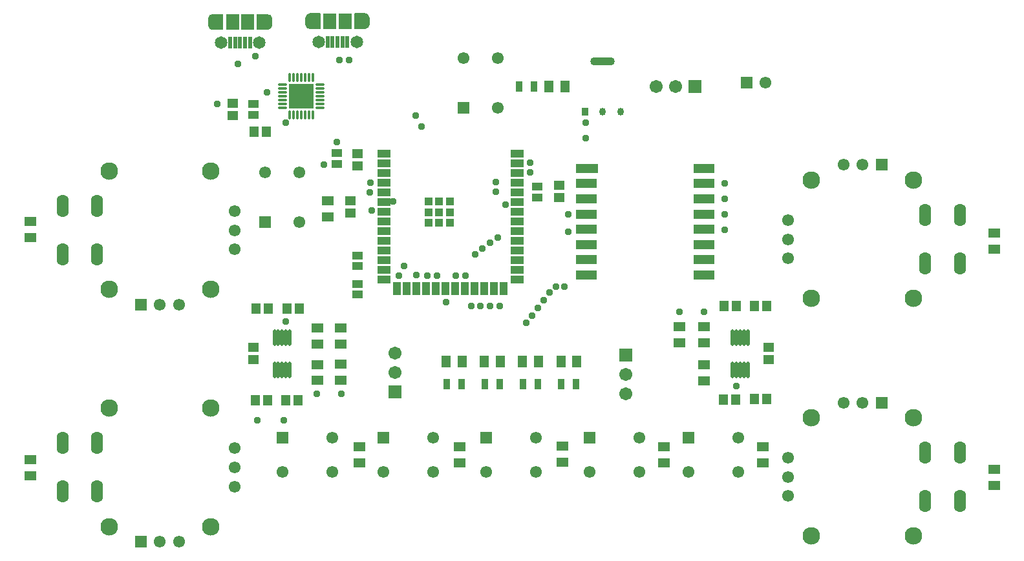
<source format=gts>
G04*
G04 #@! TF.GenerationSoftware,Altium Limited,Altium Designer,25.2.1 (25)*
G04*
G04 Layer_Color=8388736*
%FSLAX44Y44*%
%MOMM*%
G71*
G04*
G04 #@! TF.SameCoordinates,47AF1686-E751-4D8C-A91A-F2C49F431613*
G04*
G04*
G04 #@! TF.FilePolarity,Negative*
G04*
G01*
G75*
%ADD21R,1.4562X1.3046*%
%ADD22R,1.3562X1.1046*%
%ADD23R,1.3046X1.4562*%
%ADD25R,1.5082X1.2065*%
%ADD26R,0.9500X1.4500*%
G04:AMPARAMS|DCode=33|XSize=1.0043mm|YSize=3.1821mm|CornerRadius=0.4369mm|HoleSize=0mm|Usage=FLASHONLY|Rotation=90.000|XOffset=0mm|YOffset=0mm|HoleType=Round|Shape=RoundedRectangle|*
%AMROUNDEDRECTD33*
21,1,1.0043,2.3084,0,0,90.0*
21,1,0.1306,3.1821,0,0,90.0*
1,1,0.8737,1.1542,0.0653*
1,1,0.8737,1.1542,-0.0653*
1,1,0.8737,-1.1542,-0.0653*
1,1,0.8737,-1.1542,0.0653*
%
%ADD33ROUNDEDRECTD33*%
G04:AMPARAMS|DCode=34|XSize=1.0043mm|YSize=0.8721mm|CornerRadius=0.4361mm|HoleSize=0mm|Usage=FLASHONLY|Rotation=90.000|XOffset=0mm|YOffset=0mm|HoleType=Round|Shape=RoundedRectangle|*
%AMROUNDEDRECTD34*
21,1,1.0043,0.0000,0,0,90.0*
21,1,0.1322,0.8721,0,0,90.0*
1,1,0.8721,0.0000,0.0661*
1,1,0.8721,0.0000,-0.0661*
1,1,0.8721,0.0000,-0.0661*
1,1,0.8721,0.0000,0.0661*
%
%ADD34ROUNDEDRECTD34*%
%ADD35R,0.8721X1.0043*%
%ADD36C,0.7032*%
%ADD37R,1.7032X2.1032*%
%ADD38R,0.6032X1.5532*%
%ADD39R,1.1032X1.1032*%
%ADD40R,1.7032X1.1032*%
%ADD41R,1.1032X1.7032*%
%ADD42R,1.3032X1.5032*%
%ADD43O,1.1532X0.4032*%
%ADD44R,3.3332X3.3332*%
%ADD45O,0.4032X1.1532*%
%ADD46O,0.5032X2.2032*%
%ADD47R,3.0032X1.3032*%
%ADD48R,2.8032X1.3032*%
%ADD49C,1.6532*%
%ADD50C,1.5500*%
%ADD51R,1.5500X1.5500*%
%ADD52R,1.7112X1.7112*%
%ADD53C,1.7112*%
%ADD54R,1.5500X1.5500*%
%ADD55R,1.7112X1.7112*%
G04:AMPARAMS|DCode=56|XSize=2.95mm|YSize=1.6mm|CornerRadius=0.8mm|HoleSize=0mm|Usage=FLASHONLY|Rotation=90.000|XOffset=0mm|YOffset=0mm|HoleType=Round|Shape=RoundedRectangle|*
%AMROUNDEDRECTD56*
21,1,2.9500,0.0000,0,0,90.0*
21,1,1.3500,1.6000,0,0,90.0*
1,1,1.6000,0.0000,0.6750*
1,1,1.6000,0.0000,-0.6750*
1,1,1.6000,0.0000,-0.6750*
1,1,1.6000,0.0000,0.6750*
%
%ADD56ROUNDEDRECTD56*%
%ADD57C,2.3000*%
%ADD58C,0.9532*%
%ADD59C,0.7032*%
G36*
X292133Y745509D02*
X292264Y745483D01*
X292390Y745441D01*
X292509Y745382D01*
X292620Y745308D01*
X292720Y745220D01*
X292808Y745120D01*
X292882Y745009D01*
X292941Y744890D01*
X292983Y744763D01*
X293009Y744633D01*
X293018Y744500D01*
Y725500D01*
X293009Y725367D01*
X292983Y725237D01*
X292941Y725110D01*
X292882Y724991D01*
X292808Y724880D01*
X292720Y724780D01*
X292620Y724692D01*
X292509Y724618D01*
X292390Y724559D01*
X292264Y724517D01*
X292133Y724491D01*
X292000Y724482D01*
X279000D01*
X278867Y724491D01*
X278736Y724517D01*
X278610Y724559D01*
X278491Y724618D01*
X278380Y724692D01*
X278280Y724780D01*
X278192Y724880D01*
X278118Y724991D01*
X278059Y725110D01*
X278016Y725237D01*
X277990Y725367D01*
X277982Y725500D01*
Y729482D01*
X274000D01*
X273867Y729490D01*
X273737Y729516D01*
X273611Y729559D01*
X273552Y729588D01*
X273491Y729618D01*
X273380Y729692D01*
X273280Y729780D01*
Y729780D01*
X273280D01*
X273192Y729880D01*
X273118Y729991D01*
X273089Y730051D01*
X273060Y730110D01*
X273017Y730236D01*
X272991Y730367D01*
X272982Y730500D01*
X272982Y739500D01*
D01*
Y739500D01*
X272990Y739633D01*
X273016Y739763D01*
X273059Y739890D01*
X273088Y739949D01*
X273118Y740009D01*
X273192Y740120D01*
X273280Y740220D01*
X273280D01*
Y740220D01*
X273380Y740308D01*
X273491Y740382D01*
X273551Y740412D01*
X273610Y740441D01*
X273736Y740483D01*
X273867Y740509D01*
X274000Y740518D01*
D01*
X274000D01*
X277982D01*
Y744500D01*
X277990Y744633D01*
X278016Y744763D01*
X278059Y744890D01*
X278118Y745009D01*
X278192Y745120D01*
X278280Y745220D01*
X278380Y745308D01*
X278491Y745382D01*
X278610Y745441D01*
X278736Y745483D01*
X278867Y745509D01*
X279000Y745518D01*
X292000D01*
X292133Y745509D01*
D02*
G37*
G36*
X351133D02*
X351264Y745483D01*
X351390Y745441D01*
X351509Y745382D01*
X351620Y745308D01*
X351720Y745220D01*
X351808Y745120D01*
X351882Y745009D01*
X351941Y744890D01*
X351983Y744763D01*
X352010Y744633D01*
X352018Y744500D01*
Y740518D01*
X356000D01*
X356133Y740510D01*
X356263Y740484D01*
X356389Y740441D01*
X356448Y740412D01*
X356509Y740382D01*
X356620Y740308D01*
X356720Y740220D01*
Y740220D01*
X356720D01*
X356808Y740120D01*
X356882Y740009D01*
X356911Y739949D01*
X356940Y739890D01*
X356983Y739764D01*
X357009Y739633D01*
X357018Y739500D01*
X357018Y730500D01*
D01*
Y730500D01*
X357010Y730367D01*
X356983Y730237D01*
X356941Y730110D01*
X356912Y730051D01*
X356882Y729991D01*
X356808Y729880D01*
X356720Y729780D01*
X356720D01*
Y729780D01*
X356620Y729692D01*
X356509Y729618D01*
X356449Y729588D01*
X356390Y729559D01*
X356264Y729517D01*
X356133Y729491D01*
X356000Y729482D01*
D01*
X356000D01*
X352018D01*
Y725500D01*
X352010Y725367D01*
X351983Y725237D01*
X351941Y725110D01*
X351882Y724991D01*
X351808Y724880D01*
X351720Y724780D01*
X351620Y724692D01*
X351509Y724618D01*
X351390Y724559D01*
X351264Y724517D01*
X351133Y724491D01*
X351000Y724482D01*
X338000D01*
X337867Y724491D01*
X337737Y724517D01*
X337610Y724559D01*
X337491Y724618D01*
X337380Y724692D01*
X337280Y724780D01*
X337192Y724880D01*
X337118Y724991D01*
X337059Y725110D01*
X337016Y725237D01*
X336991Y725367D01*
X336982Y725500D01*
Y744500D01*
X336991Y744633D01*
X337016Y744763D01*
X337059Y744890D01*
X337118Y745009D01*
X337192Y745120D01*
X337280Y745220D01*
X337380Y745308D01*
X337491Y745382D01*
X337610Y745441D01*
X337737Y745483D01*
X337867Y745509D01*
X338000Y745518D01*
X351000D01*
X351133Y745509D01*
D02*
G37*
G36*
X419633Y746509D02*
X419763Y746484D01*
X419890Y746441D01*
X420009Y746382D01*
X420120Y746308D01*
X420220Y746220D01*
X420308Y746120D01*
X420382Y746009D01*
X420441Y745890D01*
X420483Y745763D01*
X420509Y745633D01*
X420518Y745500D01*
Y726500D01*
X420509Y726367D01*
X420483Y726236D01*
X420441Y726110D01*
X420382Y725991D01*
X420308Y725880D01*
X420220Y725780D01*
X420120Y725692D01*
X420009Y725618D01*
X419890Y725559D01*
X419763Y725517D01*
X419633Y725490D01*
X419500Y725482D01*
X406500D01*
X406367Y725490D01*
X406236Y725517D01*
X406110Y725559D01*
X405991Y725618D01*
X405880Y725692D01*
X405780Y725780D01*
X405692Y725880D01*
X405618Y725991D01*
X405559Y726110D01*
X405516Y726236D01*
X405490Y726367D01*
X405482Y726500D01*
Y730481D01*
X401500D01*
X401367Y730490D01*
X401237Y730516D01*
X401110Y730559D01*
X401052Y730588D01*
X400991Y730618D01*
X400880Y730692D01*
X400780Y730780D01*
Y730780D01*
X400780D01*
X400692Y730880D01*
X400618Y730991D01*
X400588Y731051D01*
X400559Y731110D01*
X400517Y731236D01*
X400491Y731367D01*
X400482Y731500D01*
X400482Y740500D01*
Y740500D01*
D01*
X400490Y740633D01*
X400516Y740763D01*
X400559Y740890D01*
X400588Y740948D01*
X400618Y741009D01*
X400692Y741120D01*
X400780Y741220D01*
X400780D01*
Y741220D01*
X400880Y741308D01*
X400991Y741382D01*
X401051Y741412D01*
X401110Y741441D01*
X401236Y741484D01*
X401367Y741509D01*
X401500Y741518D01*
D01*
X401500D01*
X405482D01*
Y745500D01*
X405490Y745633D01*
X405516Y745763D01*
X405559Y745890D01*
X405618Y746009D01*
X405692Y746120D01*
X405780Y746220D01*
X405880Y746308D01*
X405991Y746382D01*
X406110Y746441D01*
X406236Y746484D01*
X406367Y746509D01*
X406500Y746518D01*
X419500D01*
X419633Y746509D01*
D02*
G37*
G36*
X478633D02*
X478764Y746484D01*
X478890Y746441D01*
X479009Y746382D01*
X479120Y746308D01*
X479220Y746220D01*
X479308Y746120D01*
X479382Y746009D01*
X479441Y745890D01*
X479483Y745763D01*
X479509Y745633D01*
X479518Y745500D01*
Y741518D01*
X483500D01*
X483633Y741510D01*
X483763Y741484D01*
X483889Y741441D01*
X483948Y741412D01*
X484009Y741382D01*
X484119Y741308D01*
X484220Y741220D01*
Y741220D01*
X484220D01*
X484308Y741120D01*
X484381Y741009D01*
X484411Y740949D01*
X484440Y740890D01*
X484483Y740764D01*
X484509Y740633D01*
X484518Y740500D01*
X484518Y731500D01*
Y731500D01*
D01*
X484509Y731367D01*
X484483Y731236D01*
X484441Y731110D01*
X484412Y731051D01*
X484382Y730991D01*
X484308Y730880D01*
X484220Y730780D01*
X484220D01*
Y730780D01*
X484120Y730692D01*
X484009Y730618D01*
X483949Y730588D01*
X483890Y730559D01*
X483764Y730517D01*
X483633Y730490D01*
X483500Y730482D01*
D01*
X483500D01*
X479518D01*
Y726500D01*
X479509Y726367D01*
X479483Y726236D01*
X479441Y726110D01*
X479382Y725991D01*
X479308Y725880D01*
X479220Y725780D01*
X479120Y725692D01*
X479009Y725618D01*
X478890Y725559D01*
X478764Y725517D01*
X478633Y725490D01*
X478500Y725482D01*
X465500D01*
X465367Y725490D01*
X465236Y725517D01*
X465110Y725559D01*
X464991Y725618D01*
X464880Y725692D01*
X464780Y725780D01*
X464692Y725880D01*
X464618Y725991D01*
X464559Y726110D01*
X464516Y726236D01*
X464491Y726367D01*
X464482Y726500D01*
Y745500D01*
X464491Y745633D01*
X464516Y745763D01*
X464559Y745890D01*
X464618Y746009D01*
X464692Y746120D01*
X464780Y746220D01*
X464880Y746308D01*
X464991Y746382D01*
X465110Y746441D01*
X465236Y746484D01*
X465367Y746509D01*
X465500Y746518D01*
X478500D01*
X478633Y746509D01*
D02*
G37*
D21*
X468729Y546059D02*
D03*
Y562175D02*
D03*
X459179Y500489D02*
D03*
Y484374D02*
D03*
X332500Y291942D02*
D03*
Y308058D02*
D03*
X1007500Y308058D02*
D03*
Y291942D02*
D03*
X732724Y504254D02*
D03*
Y520370D02*
D03*
X305000Y628058D02*
D03*
Y611942D02*
D03*
D22*
X441658Y548571D02*
D03*
Y562687D02*
D03*
X468760Y377246D02*
D03*
Y391362D02*
D03*
Y428753D02*
D03*
Y414637D02*
D03*
X332500Y612942D02*
D03*
Y627058D02*
D03*
X704305Y504871D02*
D03*
Y518987D02*
D03*
D23*
X376107Y358862D02*
D03*
X392223D02*
D03*
X349052Y590598D02*
D03*
X332937D02*
D03*
X351690Y358862D02*
D03*
X335575D02*
D03*
X351179Y238625D02*
D03*
X335063D02*
D03*
X374505D02*
D03*
X390621D02*
D03*
X964254Y239961D02*
D03*
X948138D02*
D03*
X988821Y240441D02*
D03*
X1004937D02*
D03*
X988821Y362281D02*
D03*
X1004937D02*
D03*
X964937D02*
D03*
X948821D02*
D03*
D25*
X430000Y500509D02*
D03*
Y479491D02*
D03*
X446588Y265240D02*
D03*
Y286257D02*
D03*
X416588Y264731D02*
D03*
Y285748D02*
D03*
X446588Y312740D02*
D03*
Y333757D02*
D03*
X416588D02*
D03*
Y312740D02*
D03*
X1302500Y126991D02*
D03*
Y148009D02*
D03*
X1302500Y458009D02*
D03*
Y436991D02*
D03*
X40000Y160509D02*
D03*
Y139491D02*
D03*
Y473009D02*
D03*
Y451991D02*
D03*
X890000Y335509D02*
D03*
Y314491D02*
D03*
X922500Y335509D02*
D03*
Y314491D02*
D03*
Y263983D02*
D03*
Y285000D02*
D03*
X470919Y178009D02*
D03*
Y156992D02*
D03*
X602500Y178009D02*
D03*
Y156991D02*
D03*
X737500Y157500D02*
D03*
Y178517D02*
D03*
X870000Y178009D02*
D03*
Y156991D02*
D03*
X1000000Y178009D02*
D03*
Y156992D02*
D03*
D26*
X699750Y650000D02*
D03*
X680250D02*
D03*
X604750Y260000D02*
D03*
X585250D02*
D03*
X635250D02*
D03*
X654750D02*
D03*
X685250D02*
D03*
X704750D02*
D03*
X735250D02*
D03*
X754750D02*
D03*
D33*
X790000Y682950D02*
D03*
D34*
X812900Y617050D02*
D03*
X790000D02*
D03*
D35*
X767100D02*
D03*
D36*
X281500Y730500D02*
G03*
X281500Y730500I-2500J0D01*
G01*
Y739500D02*
G03*
X281500Y739500I-2500J0D01*
G01*
X353500Y730500D02*
G03*
X353500Y730500I-2500J0D01*
G01*
Y739500D02*
G03*
X353500Y739500I-2500J0D01*
G01*
X481000Y740500D02*
G03*
X481000Y740500I-2500J0D01*
G01*
Y731500D02*
G03*
X481000Y731500I-2500J0D01*
G01*
X409000Y740500D02*
G03*
X409000Y740500I-2500J0D01*
G01*
Y731500D02*
G03*
X409000Y731500I-2500J0D01*
G01*
D37*
X305000Y735000D02*
D03*
X325000D02*
D03*
X452500Y736000D02*
D03*
X432500D02*
D03*
D38*
X302000Y708000D02*
D03*
X308500D02*
D03*
X315000D02*
D03*
X321500D02*
D03*
X328000D02*
D03*
X455500Y709000D02*
D03*
X449000D02*
D03*
X442500D02*
D03*
X436000D02*
D03*
X429500D02*
D03*
D39*
X575550Y485400D02*
D03*
X561550D02*
D03*
X589550D02*
D03*
X561550Y471400D02*
D03*
X575550D02*
D03*
X589550D02*
D03*
X561550Y499400D02*
D03*
X575550D02*
D03*
X589550D02*
D03*
D40*
X503050Y562600D02*
D03*
Y549900D02*
D03*
Y537200D02*
D03*
Y524500D02*
D03*
Y511800D02*
D03*
Y499100D02*
D03*
Y486400D02*
D03*
Y473700D02*
D03*
Y461000D02*
D03*
Y448300D02*
D03*
Y435600D02*
D03*
Y422900D02*
D03*
Y410200D02*
D03*
Y397500D02*
D03*
X678050D02*
D03*
Y410200D02*
D03*
Y422900D02*
D03*
Y435600D02*
D03*
Y448300D02*
D03*
Y461000D02*
D03*
Y473700D02*
D03*
Y486400D02*
D03*
Y499100D02*
D03*
Y511800D02*
D03*
Y524500D02*
D03*
Y537200D02*
D03*
Y549900D02*
D03*
Y562600D02*
D03*
D41*
X520700Y385000D02*
D03*
X533400D02*
D03*
X546100D02*
D03*
X558800D02*
D03*
X571500D02*
D03*
X584200D02*
D03*
X596900D02*
D03*
X609600D02*
D03*
X622300D02*
D03*
X635000D02*
D03*
X647700D02*
D03*
X660400D02*
D03*
D42*
X584500Y290000D02*
D03*
X605500D02*
D03*
X685000D02*
D03*
X706000D02*
D03*
X756000D02*
D03*
X735000D02*
D03*
X656000D02*
D03*
X635000D02*
D03*
X740500Y650000D02*
D03*
X719500D02*
D03*
D43*
X370250Y622500D02*
D03*
X419750Y652500D02*
D03*
Y647500D02*
D03*
Y642500D02*
D03*
Y637500D02*
D03*
Y632500D02*
D03*
Y627500D02*
D03*
Y622500D02*
D03*
X370250Y627500D02*
D03*
Y632500D02*
D03*
Y637500D02*
D03*
Y642500D02*
D03*
Y647500D02*
D03*
Y652500D02*
D03*
D44*
X395000Y637500D02*
D03*
D45*
X380000Y662250D02*
D03*
X385000D02*
D03*
X390000D02*
D03*
X395000D02*
D03*
X400000D02*
D03*
X405000D02*
D03*
X410000D02*
D03*
Y612750D02*
D03*
X405000D02*
D03*
X400000D02*
D03*
X395000D02*
D03*
X390000D02*
D03*
X385000D02*
D03*
X380000D02*
D03*
D46*
X960000Y279000D02*
D03*
X965000D02*
D03*
X970000D02*
D03*
X975000D02*
D03*
X980000D02*
D03*
X960000Y321000D02*
D03*
X965000D02*
D03*
X970000D02*
D03*
X975000D02*
D03*
X980000D02*
D03*
X360000Y279000D02*
D03*
X365000D02*
D03*
X370000D02*
D03*
X375000D02*
D03*
X380000D02*
D03*
X360000Y321000D02*
D03*
X365000D02*
D03*
X370000D02*
D03*
X375000D02*
D03*
X380000D02*
D03*
D47*
X769305Y542956D02*
D03*
D48*
X768305Y522956D02*
D03*
Y502956D02*
D03*
Y482956D02*
D03*
Y462956D02*
D03*
Y442956D02*
D03*
Y422956D02*
D03*
Y402956D02*
D03*
X922305D02*
D03*
Y422956D02*
D03*
Y442956D02*
D03*
Y462956D02*
D03*
Y482956D02*
D03*
Y502956D02*
D03*
Y522956D02*
D03*
Y542956D02*
D03*
D49*
X340000Y708000D02*
D03*
X290000D02*
D03*
X417500Y709000D02*
D03*
X467500D02*
D03*
D50*
X652500Y687500D02*
D03*
Y622500D02*
D03*
X607500Y687500D02*
D03*
X392500Y537500D02*
D03*
Y472500D02*
D03*
X347500Y537500D02*
D03*
X967500Y190000D02*
D03*
X902500Y145000D02*
D03*
X967500D02*
D03*
X837500Y190000D02*
D03*
X772500Y145000D02*
D03*
X837500D02*
D03*
X702500Y190000D02*
D03*
X637500Y145000D02*
D03*
X702500D02*
D03*
X567500Y190000D02*
D03*
X502500Y145000D02*
D03*
X567500D02*
D03*
X435919Y190000D02*
D03*
X370919Y145000D02*
D03*
X435919D02*
D03*
X1105000Y547500D02*
D03*
X1130000D02*
D03*
X1032500Y425000D02*
D03*
Y450000D02*
D03*
Y475000D02*
D03*
X235000Y364250D02*
D03*
X210000D02*
D03*
X307500Y486750D02*
D03*
Y461750D02*
D03*
Y436750D02*
D03*
X235000Y53250D02*
D03*
X210000D02*
D03*
X307500Y175750D02*
D03*
Y150750D02*
D03*
Y125750D02*
D03*
X1003290Y655250D02*
D03*
X1105000Y235750D02*
D03*
X1130000D02*
D03*
X1032500Y113250D02*
D03*
Y138250D02*
D03*
Y163250D02*
D03*
D51*
X607500Y622500D02*
D03*
X347500Y472500D02*
D03*
X1155000Y547500D02*
D03*
X185000Y364250D02*
D03*
Y53250D02*
D03*
X1155000Y235750D02*
D03*
D52*
X910400Y650000D02*
D03*
D53*
X885000D02*
D03*
X859600D02*
D03*
X517500Y275000D02*
D03*
Y300400D02*
D03*
X820000Y272500D02*
D03*
Y247100D02*
D03*
D54*
X902500Y190000D02*
D03*
X772500Y190000D02*
D03*
X637500D02*
D03*
X502500D02*
D03*
X370919Y190000D02*
D03*
X978290Y655250D02*
D03*
D55*
X517500Y249600D02*
D03*
X820000Y297900D02*
D03*
D56*
X1257500Y481750D02*
D03*
X1212500D02*
D03*
X1257500Y418250D02*
D03*
X1212500D02*
D03*
X82500Y430000D02*
D03*
X127500D02*
D03*
X82500Y493500D02*
D03*
X127500D02*
D03*
X82500Y119000D02*
D03*
X127500D02*
D03*
X82500Y182500D02*
D03*
X127500D02*
D03*
X1257500Y170000D02*
D03*
X1212500D02*
D03*
X1257500Y106500D02*
D03*
X1212500D02*
D03*
D57*
X1063500Y527500D02*
D03*
Y372500D02*
D03*
X1196500Y527500D02*
D03*
Y372500D02*
D03*
X276500Y384250D02*
D03*
Y539250D02*
D03*
X143500Y384250D02*
D03*
Y539250D02*
D03*
X276500Y73250D02*
D03*
Y228250D02*
D03*
X143500Y73250D02*
D03*
Y228250D02*
D03*
X1063500Y215750D02*
D03*
Y60750D02*
D03*
X1196500Y215750D02*
D03*
Y60750D02*
D03*
D58*
X652500Y452500D02*
D03*
X642500Y445000D02*
D03*
X632500Y437500D02*
D03*
X622500Y430000D02*
D03*
X350000Y642500D02*
D03*
X441628Y577313D02*
D03*
X375000Y602500D02*
D03*
X425000Y547500D02*
D03*
X285000Y627500D02*
D03*
X335000Y690000D02*
D03*
X312500Y680000D02*
D03*
X545000Y612500D02*
D03*
X552500Y597500D02*
D03*
X457500Y685000D02*
D03*
X445000D02*
D03*
X650000Y512500D02*
D03*
Y525000D02*
D03*
X662500Y495000D02*
D03*
X767500Y602500D02*
D03*
X740000Y387500D02*
D03*
X728893Y387553D02*
D03*
X712500Y370000D02*
D03*
X720000Y380000D02*
D03*
X705000Y360000D02*
D03*
X697500Y350000D02*
D03*
X690000Y340000D02*
D03*
X630000Y362500D02*
D03*
X617500D02*
D03*
X372500Y212500D02*
D03*
X337500D02*
D03*
X767500Y582500D02*
D03*
X965000Y257500D02*
D03*
X375000Y342500D02*
D03*
X415000Y247500D02*
D03*
X447500D02*
D03*
X695000Y550000D02*
D03*
X694850Y537350D02*
D03*
X487500Y487500D02*
D03*
X485000Y511800D02*
D03*
X485500Y524500D02*
D03*
X522500Y402500D02*
D03*
X530000Y415000D02*
D03*
X515480Y499709D02*
D03*
X560000Y402500D02*
D03*
X572500D02*
D03*
X642500Y362500D02*
D03*
X655000D02*
D03*
X890000Y355000D02*
D03*
X745000Y460000D02*
D03*
Y482500D02*
D03*
X546055Y402762D02*
D03*
X585000Y367500D02*
D03*
X922500Y355000D02*
D03*
X950000Y462500D02*
D03*
Y482500D02*
D03*
X949544Y502956D02*
D03*
X949544Y522956D02*
D03*
X610000Y402500D02*
D03*
X597500D02*
D03*
D59*
X406000Y626500D02*
D03*
X395000D02*
D03*
X384000D02*
D03*
X406000Y637500D02*
D03*
X395000D02*
D03*
X384000D02*
D03*
X406000Y648500D02*
D03*
X395000D02*
D03*
X384000D02*
D03*
M02*

</source>
